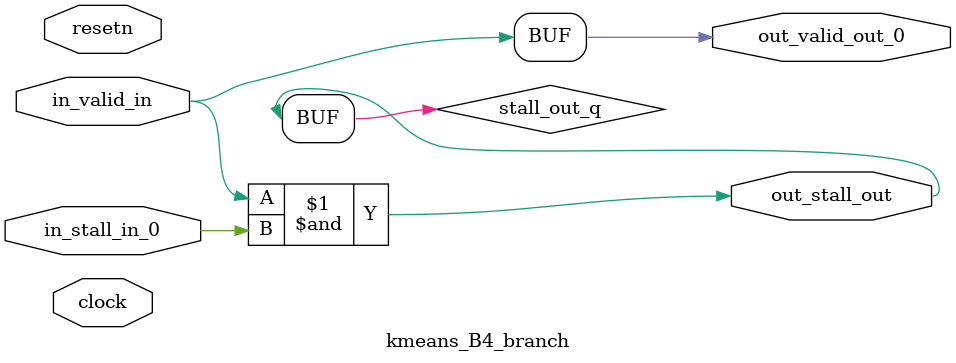
<source format=sv>



(* altera_attribute = "-name AUTO_SHIFT_REGISTER_RECOGNITION OFF; -name MESSAGE_DISABLE 10036; -name MESSAGE_DISABLE 10037; -name MESSAGE_DISABLE 14130; -name MESSAGE_DISABLE 14320; -name MESSAGE_DISABLE 15400; -name MESSAGE_DISABLE 14130; -name MESSAGE_DISABLE 10036; -name MESSAGE_DISABLE 12020; -name MESSAGE_DISABLE 12030; -name MESSAGE_DISABLE 12010; -name MESSAGE_DISABLE 12110; -name MESSAGE_DISABLE 14320; -name MESSAGE_DISABLE 13410; -name MESSAGE_DISABLE 113007; -name MESSAGE_DISABLE 10958" *)
module kmeans_B4_branch (
    input wire [0:0] in_stall_in_0,
    input wire [0:0] in_valid_in,
    output wire [0:0] out_stall_out,
    output wire [0:0] out_valid_out_0,
    input wire clock,
    input wire resetn
    );

    wire [0:0] stall_out_q;


    // stall_out(LOGICAL,6)
    assign stall_out_q = in_valid_in & in_stall_in_0;

    // out_stall_out(GPOUT,4)
    assign out_stall_out = stall_out_q;

    // out_valid_out_0(GPOUT,5)
    assign out_valid_out_0 = in_valid_in;

endmodule

</source>
